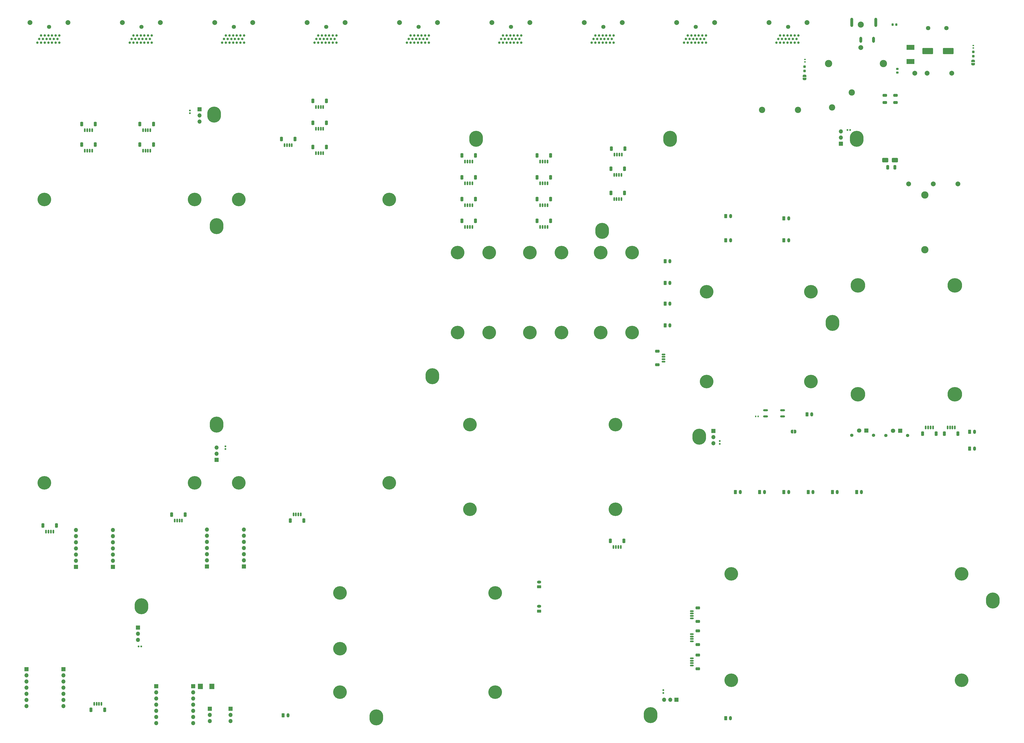
<source format=gbr>
%TF.GenerationSoftware,KiCad,Pcbnew,8.0.4*%
%TF.CreationDate,2025-04-25T16:11:04-06:00*%
%TF.ProjectId,motherboard_v1,6d6f7468-6572-4626-9f61-72645f76312e,rev?*%
%TF.SameCoordinates,Original*%
%TF.FileFunction,Soldermask,Top*%
%TF.FilePolarity,Negative*%
%FSLAX46Y46*%
G04 Gerber Fmt 4.6, Leading zero omitted, Abs format (unit mm)*
G04 Created by KiCad (PCBNEW 8.0.4) date 2025-04-25 16:11:04*
%MOMM*%
%LPD*%
G01*
G04 APERTURE LIST*
G04 Aperture macros list*
%AMRoundRect*
0 Rectangle with rounded corners*
0 $1 Rounding radius*
0 $2 $3 $4 $5 $6 $7 $8 $9 X,Y pos of 4 corners*
0 Add a 4 corners polygon primitive as box body*
4,1,4,$2,$3,$4,$5,$6,$7,$8,$9,$2,$3,0*
0 Add four circle primitives for the rounded corners*
1,1,$1+$1,$2,$3*
1,1,$1+$1,$4,$5*
1,1,$1+$1,$6,$7*
1,1,$1+$1,$8,$9*
0 Add four rect primitives between the rounded corners*
20,1,$1+$1,$2,$3,$4,$5,0*
20,1,$1+$1,$4,$5,$6,$7,0*
20,1,$1+$1,$6,$7,$8,$9,0*
20,1,$1+$1,$8,$9,$2,$3,0*%
%AMFreePoly0*
4,1,19,0.500000,-0.750000,0.000000,-0.750000,0.000000,-0.744911,-0.071157,-0.744911,-0.207708,-0.704816,-0.327430,-0.627875,-0.420627,-0.520320,-0.479746,-0.390866,-0.500000,-0.250000,-0.500000,0.250000,-0.479746,0.390866,-0.420627,0.520320,-0.327430,0.627875,-0.207708,0.704816,-0.071157,0.744911,0.000000,0.744911,0.000000,0.750000,0.500000,0.750000,0.500000,-0.750000,0.500000,-0.750000,
$1*%
%AMFreePoly1*
4,1,19,0.000000,0.744911,0.071157,0.744911,0.207708,0.704816,0.327430,0.627875,0.420627,0.520320,0.479746,0.390866,0.500000,0.250000,0.500000,-0.250000,0.479746,-0.390866,0.420627,-0.520320,0.327430,-0.627875,0.207708,-0.704816,0.071157,-0.744911,0.000000,-0.744911,0.000000,-0.750000,-0.500000,-0.750000,-0.500000,0.750000,0.000000,0.750000,0.000000,0.744911,0.000000,0.744911,
$1*%
G04 Aperture macros list end*
%ADD10RoundRect,0.250000X-0.650000X0.325000X-0.650000X-0.325000X0.650000X-0.325000X0.650000X0.325000X0*%
%ADD11O,5.600000X6.600000*%
%ADD12C,2.000000*%
%ADD13RoundRect,0.135000X-0.185000X0.135000X-0.185000X-0.135000X0.185000X-0.135000X0.185000X0.135000X0*%
%ADD14C,1.700000*%
%ADD15C,1.000000*%
%ADD16RoundRect,0.250000X0.625000X-0.350000X0.625000X0.350000X-0.625000X0.350000X-0.625000X-0.350000X0*%
%ADD17O,1.750000X1.200000*%
%ADD18RoundRect,0.150000X-0.625000X0.150000X-0.625000X-0.150000X0.625000X-0.150000X0.625000X0.150000X0*%
%ADD19RoundRect,0.250000X-0.650000X0.350000X-0.650000X-0.350000X0.650000X-0.350000X0.650000X0.350000X0*%
%ADD20RoundRect,0.150000X-0.150000X-0.625000X0.150000X-0.625000X0.150000X0.625000X-0.150000X0.625000X0*%
%ADD21RoundRect,0.250000X-0.350000X-0.650000X0.350000X-0.650000X0.350000X0.650000X-0.350000X0.650000X0*%
%ADD22RoundRect,0.135000X-0.135000X-0.185000X0.135000X-0.185000X0.135000X0.185000X-0.135000X0.185000X0*%
%ADD23RoundRect,0.250000X-0.350000X-0.625000X0.350000X-0.625000X0.350000X0.625000X-0.350000X0.625000X0*%
%ADD24O,1.200000X1.750000*%
%ADD25RoundRect,0.155000X0.212500X0.155000X-0.212500X0.155000X-0.212500X-0.155000X0.212500X-0.155000X0*%
%ADD26RoundRect,0.150000X0.150000X0.625000X-0.150000X0.625000X-0.150000X-0.625000X0.150000X-0.625000X0*%
%ADD27RoundRect,0.250000X0.350000X0.650000X-0.350000X0.650000X-0.350000X-0.650000X0.350000X-0.650000X0*%
%ADD28C,1.350000*%
%ADD29R,1.800000X1.800000*%
%ADD30C,1.800000*%
%ADD31R,1.700000X1.700000*%
%ADD32O,1.700000X1.700000*%
%ADD33C,2.600000*%
%ADD34C,2.500000*%
%ADD35O,1.200000X3.800000*%
%ADD36O,1.200000X2.500000*%
%ADD37RoundRect,0.155000X-0.155000X0.212500X-0.155000X-0.212500X0.155000X-0.212500X0.155000X0.212500X0*%
%ADD38C,5.600000*%
%ADD39O,2.000000X0.900000*%
%ADD40RoundRect,0.250000X-1.000000X-0.650000X1.000000X-0.650000X1.000000X0.650000X-1.000000X0.650000X0*%
%ADD41RoundRect,0.250000X-0.325000X-0.650000X0.325000X-0.650000X0.325000X0.650000X-0.325000X0.650000X0*%
%ADD42RoundRect,0.225000X0.225000X0.250000X-0.225000X0.250000X-0.225000X-0.250000X0.225000X-0.250000X0*%
%ADD43C,3.000000*%
%ADD44FreePoly0,270.000000*%
%ADD45FreePoly1,270.000000*%
%ADD46RoundRect,0.237500X0.237500X-0.287500X0.237500X0.287500X-0.237500X0.287500X-0.237500X-0.287500X0*%
%ADD47C,6.000000*%
%ADD48R,2.047000X2.192000*%
%ADD49FreePoly0,180.000000*%
%ADD50FreePoly1,180.000000*%
%ADD51RoundRect,0.150000X0.625000X-0.150000X0.625000X0.150000X-0.625000X0.150000X-0.625000X-0.150000X0*%
%ADD52RoundRect,0.250000X0.650000X-0.350000X0.650000X0.350000X-0.650000X0.350000X-0.650000X-0.350000X0*%
%ADD53RoundRect,0.250000X-1.950000X-1.000000X1.950000X-1.000000X1.950000X1.000000X-1.950000X1.000000X0*%
%ADD54R,3.320000X2.150000*%
%ADD55RoundRect,0.155000X0.155000X-0.212500X0.155000X0.212500X-0.155000X0.212500X-0.155000X-0.212500X0*%
%ADD56RoundRect,0.225000X0.250000X-0.225000X0.250000X0.225000X-0.250000X0.225000X-0.250000X-0.225000X0*%
G04 APERTURE END LIST*
D10*
%TO.C,C16*%
X366000000Y-32200000D03*
X366000000Y-35150000D03*
%TD*%
D11*
%TO.C,H7*%
X265050000Y-288150000D03*
%TD*%
D12*
%TO.C,U2*%
X373960000Y-22990000D03*
X379040000Y-22990000D03*
X389200000Y-22990000D03*
X391740000Y-68710000D03*
X381580000Y-68710000D03*
X371420000Y-68710000D03*
%TD*%
D13*
%TO.C,R1*%
X398085002Y-11595000D03*
X398085002Y-12615000D03*
%TD*%
D14*
%TO.C,J7*%
X245500000Y-3900000D03*
D15*
X240750000Y-10400000D03*
X241500000Y-8900000D03*
X242250000Y-10400000D03*
X242250000Y-7400000D03*
X243000000Y-8900000D03*
X243750000Y-7400000D03*
X243750000Y-10400000D03*
X244500000Y-8900000D03*
X245250000Y-10400000D03*
X245250000Y-7400000D03*
X246000000Y-8900000D03*
X246750000Y-7400000D03*
X246750000Y-10400000D03*
X247500000Y-8900000D03*
X248250000Y-10400000D03*
X248250000Y-7400000D03*
X249000000Y-8900000D03*
X249750000Y-7400000D03*
X249750000Y-10400000D03*
D12*
X253350000Y-2100000D03*
X237650000Y-2100000D03*
%TD*%
D16*
%TO.C,UartMux1*%
X219000000Y-235150000D03*
D17*
X219000000Y-233150000D03*
%TD*%
D18*
%TO.C,C10*%
X282000000Y-245158274D03*
X282000000Y-246158274D03*
X282000000Y-247158274D03*
X282000000Y-248158274D03*
D19*
X284525000Y-243858274D03*
X284525000Y-249458274D03*
%TD*%
D20*
%TO.C,J40*%
X250000000Y-65000000D03*
X251000000Y-65000000D03*
X252000000Y-65000000D03*
X253000000Y-65000000D03*
D21*
X248700000Y-62475000D03*
X254300000Y-62475000D03*
%TD*%
D22*
%TO.C,R3*%
X308365000Y-164755000D03*
X309385000Y-164755000D03*
%TD*%
D20*
%TO.C,C6*%
X249700000Y-218675000D03*
X250700000Y-218675000D03*
X251700000Y-218675000D03*
X252700000Y-218675000D03*
D21*
X248400000Y-216150000D03*
X254000000Y-216150000D03*
%TD*%
D23*
%TO.C,J45*%
X296000000Y-92000000D03*
D24*
X298000000Y-92000000D03*
%TD*%
D20*
%TO.C,J31*%
X188500000Y-77525000D03*
X189500000Y-77525000D03*
X190500000Y-77525000D03*
X191500000Y-77525000D03*
D21*
X187200000Y-75000000D03*
X192800000Y-75000000D03*
%TD*%
D25*
%TO.C,C18*%
X347344500Y-46511000D03*
X346209500Y-46511000D03*
%TD*%
D14*
%TO.C,J3*%
X93100000Y-3900000D03*
D15*
X88350000Y-10400000D03*
X89100000Y-8900000D03*
X89850000Y-10400000D03*
X89850000Y-7400000D03*
X90600000Y-8900000D03*
X91350000Y-7400000D03*
X91350000Y-10400000D03*
X92100000Y-8900000D03*
X92850000Y-10400000D03*
X92850000Y-7400000D03*
X93600000Y-8900000D03*
X94350000Y-7400000D03*
X94350000Y-10400000D03*
X95100000Y-8900000D03*
X95850000Y-10400000D03*
X95850000Y-7400000D03*
X96600000Y-8900000D03*
X97350000Y-7400000D03*
X97350000Y-10400000D03*
D12*
X100950000Y-2100000D03*
X85250000Y-2100000D03*
%TD*%
D26*
%TO.C,C5*%
X38550000Y-283425000D03*
X37550000Y-283425000D03*
X36550000Y-283425000D03*
X35550000Y-283425000D03*
D27*
X39850000Y-285950000D03*
X34250000Y-285950000D03*
%TD*%
D20*
%TO.C,J27*%
X219500000Y-68525000D03*
X220500000Y-68525000D03*
X221500000Y-68525000D03*
X222500000Y-68525000D03*
D21*
X218200000Y-66000000D03*
X223800000Y-66000000D03*
%TD*%
D28*
%TO.C,J10*%
X348000000Y-172561726D03*
X357000000Y-172561726D03*
D29*
X354000000Y-170601726D03*
D30*
X351000000Y-170601726D03*
%TD*%
D20*
%TO.C,C11*%
X68750000Y-207800000D03*
X69750000Y-207800000D03*
X70750000Y-207800000D03*
X71750000Y-207800000D03*
D21*
X67450000Y-205275000D03*
X73050000Y-205275000D03*
%TD*%
D31*
%TO.C,q10*%
X43310000Y-226900000D03*
D32*
X43310000Y-224360000D03*
X43310000Y-221820000D03*
X43310000Y-219280000D03*
X43310000Y-216740000D03*
X43310000Y-214200000D03*
X43310000Y-211660000D03*
%TD*%
D20*
%TO.C,J29*%
X127000000Y-56000000D03*
X128000000Y-56000000D03*
X129000000Y-56000000D03*
X130000000Y-56000000D03*
D21*
X125700000Y-53475000D03*
X131300000Y-53475000D03*
%TD*%
D23*
%TO.C,J18*%
X113475000Y-288175000D03*
D24*
X115475000Y-288175000D03*
%TD*%
D33*
%TO.C,J51*%
X311000000Y-38150000D03*
%TD*%
D23*
%TO.C,J35*%
X350000000Y-196000000D03*
D24*
X352000000Y-196000000D03*
%TD*%
D11*
%TO.C,H12*%
X273050000Y-50150000D03*
%TD*%
D20*
%TO.C,J33*%
X219500000Y-86525000D03*
X220500000Y-86525000D03*
X221500000Y-86525000D03*
X222500000Y-86525000D03*
D21*
X218200000Y-84000000D03*
X223800000Y-84000000D03*
%TD*%
D31*
%TO.C,J57*%
X53625000Y-251947000D03*
D32*
X53625000Y-254487000D03*
X53625000Y-257027000D03*
%TD*%
D23*
%TO.C,HPHpower1*%
X329490000Y-163946726D03*
D24*
X331490000Y-163946726D03*
%TD*%
D14*
%TO.C,J1*%
X16900000Y-3900000D03*
D15*
X12150000Y-10400000D03*
X12900000Y-8900000D03*
X13650000Y-10400000D03*
X13650000Y-7400000D03*
X14400000Y-8900000D03*
X15150000Y-7400000D03*
X15150000Y-10400000D03*
X15900000Y-8900000D03*
X16650000Y-10400000D03*
X16650000Y-7400000D03*
X17400000Y-8900000D03*
X18150000Y-7400000D03*
X18150000Y-10400000D03*
X18900000Y-8900000D03*
X19650000Y-10400000D03*
X19650000Y-7400000D03*
X20400000Y-8900000D03*
X21150000Y-7400000D03*
X21150000Y-10400000D03*
D12*
X24750000Y-2100000D03*
X9050000Y-2100000D03*
%TD*%
D20*
%TO.C,J26*%
X188500000Y-59525000D03*
X189500000Y-59525000D03*
X190500000Y-59525000D03*
X191500000Y-59525000D03*
D21*
X187200000Y-57000000D03*
X192800000Y-57000000D03*
%TD*%
D33*
%TO.C,J16*%
X339860000Y-37170000D03*
%TD*%
D23*
%TO.C,WU_D_GND1*%
X396625000Y-171075000D03*
D24*
X398625000Y-171075000D03*
%TD*%
D23*
%TO.C,J41*%
X320000000Y-83000000D03*
D24*
X322000000Y-83000000D03*
%TD*%
D31*
%TO.C,q9*%
X28070000Y-226900000D03*
D32*
X28070000Y-224360000D03*
X28070000Y-221820000D03*
X28070000Y-219280000D03*
X28070000Y-216740000D03*
X28070000Y-214200000D03*
X28070000Y-211660000D03*
%TD*%
D20*
%TO.C,J23*%
X55700000Y-55025000D03*
X56700000Y-55025000D03*
X57700000Y-55025000D03*
X58700000Y-55025000D03*
D21*
X54400000Y-52500000D03*
X60000000Y-52500000D03*
%TD*%
D30*
%TO.C,RV1*%
X379490000Y-4353000D03*
X386990000Y-4353000D03*
%TD*%
D31*
%TO.C,J52*%
X343539000Y-52165000D03*
D32*
X343539000Y-49625000D03*
X343539000Y-47085000D03*
%TD*%
D11*
%TO.C,H8*%
X55050000Y-243150000D03*
%TD*%
D20*
%TO.C,J25*%
X219500000Y-59525000D03*
X220500000Y-59525000D03*
X221500000Y-59525000D03*
X222500000Y-59525000D03*
D21*
X218200000Y-57000000D03*
X223800000Y-57000000D03*
%TD*%
D34*
%TO.C,DC1*%
X351730000Y-2960000D03*
D35*
X357860000Y-2000000D03*
D36*
X356930000Y-9210000D03*
X351730000Y-9210000D03*
D12*
X351730000Y-12460000D03*
D35*
X348000000Y-2000000D03*
%TD*%
D20*
%TO.C,C7*%
X15690000Y-212300000D03*
X16690000Y-212300000D03*
X17690000Y-212300000D03*
X18690000Y-212300000D03*
D21*
X14390000Y-209775000D03*
X19990000Y-209775000D03*
%TD*%
D11*
%TO.C,H2*%
X350050000Y-50150000D03*
%TD*%
D37*
%TO.C,C22*%
X293517000Y-174941500D03*
X293517000Y-176076500D03*
%TD*%
D18*
%TO.C,C9*%
X282000000Y-264641726D03*
X282000000Y-265641726D03*
X282000000Y-266641726D03*
X282000000Y-267641726D03*
D19*
X284525000Y-263341726D03*
X284525000Y-268941726D03*
%TD*%
D38*
%TO.C,H15*%
X298300000Y-229741726D03*
X298300000Y-273741726D03*
X393300000Y-229741726D03*
X393300000Y-273741726D03*
%TD*%
D20*
%TO.C,J34*%
X188500000Y-86525000D03*
X189500000Y-86525000D03*
X190500000Y-86525000D03*
X191500000Y-86525000D03*
D21*
X187200000Y-84000000D03*
X192800000Y-84000000D03*
%TD*%
D20*
%TO.C,J20*%
X55700000Y-46525000D03*
X56700000Y-46525000D03*
X57700000Y-46525000D03*
X58700000Y-46525000D03*
D21*
X54400000Y-44000000D03*
X60000000Y-44000000D03*
%TD*%
D14*
%TO.C,J6*%
X207400000Y-3900000D03*
D15*
X202650000Y-10400000D03*
X203400000Y-8900000D03*
X204150000Y-10400000D03*
X204150000Y-7400000D03*
X204900000Y-8900000D03*
X205650000Y-7400000D03*
X205650000Y-10400000D03*
X206400000Y-8900000D03*
X207150000Y-10400000D03*
X207150000Y-7400000D03*
X207900000Y-8900000D03*
X208650000Y-7400000D03*
X208650000Y-10400000D03*
X209400000Y-8900000D03*
X210150000Y-10400000D03*
X210150000Y-7400000D03*
X210900000Y-8900000D03*
X211650000Y-7400000D03*
X211650000Y-10400000D03*
D12*
X215250000Y-2100000D03*
X199550000Y-2100000D03*
%TD*%
D38*
%TO.C,L1*%
X15000000Y-192150000D03*
X77000000Y-192150000D03*
X15000000Y-75150000D03*
X77000000Y-75150000D03*
%TD*%
D37*
%TO.C,C21*%
X75000000Y-38432500D03*
X75000000Y-39567500D03*
%TD*%
D31*
%TO.C,J55*%
X79000000Y-37920000D03*
D32*
X79000000Y-40460000D03*
X79000000Y-43000000D03*
%TD*%
D23*
%TO.C,C1-HP1-1*%
X271000000Y-100641726D03*
D24*
X273000000Y-100641726D03*
%TD*%
D31*
%TO.C,J54*%
X275721000Y-281795000D03*
D32*
X273181000Y-281795000D03*
X270641000Y-281795000D03*
%TD*%
D20*
%TO.C,J30*%
X219500000Y-77525000D03*
X220500000Y-77525000D03*
X221500000Y-77525000D03*
X222500000Y-77525000D03*
D21*
X218200000Y-75000000D03*
X223800000Y-75000000D03*
%TD*%
D28*
%TO.C,J11*%
X362000000Y-172601726D03*
X371000000Y-172601726D03*
D29*
X368000000Y-170641726D03*
D30*
X365000000Y-170641726D03*
%TD*%
D14*
%TO.C,J4*%
X131200000Y-3900000D03*
D15*
X126450000Y-10400000D03*
X127200000Y-8900000D03*
X127950000Y-10400000D03*
X127950000Y-7400000D03*
X128700000Y-8900000D03*
X129450000Y-7400000D03*
X129450000Y-10400000D03*
X130200000Y-8900000D03*
X130950000Y-10400000D03*
X130950000Y-7400000D03*
X131700000Y-8900000D03*
X132450000Y-7400000D03*
X132450000Y-10400000D03*
X133200000Y-8900000D03*
X133950000Y-10400000D03*
X133950000Y-7400000D03*
X134700000Y-8900000D03*
X135450000Y-7400000D03*
X135450000Y-10400000D03*
D12*
X139050000Y-2100000D03*
X123350000Y-2100000D03*
%TD*%
D39*
%TO.C,U1*%
X312440001Y-162180000D03*
X312440001Y-164720000D03*
X319440001Y-164720000D03*
X319440001Y-162180000D03*
%TD*%
D11*
%TO.C,H9*%
X193050000Y-50150000D03*
%TD*%
D20*
%TO.C,J22*%
X127000000Y-46000000D03*
X128000000Y-46000000D03*
X129000000Y-46000000D03*
X130000000Y-46000000D03*
D21*
X125700000Y-43475000D03*
X131300000Y-43475000D03*
%TD*%
D23*
%TO.C,J38*%
X330000000Y-196000000D03*
D24*
X332000000Y-196000000D03*
%TD*%
D38*
%TO.C,D3*%
X215266548Y-130141726D03*
X228266548Y-130141726D03*
X215266548Y-97141726D03*
X228266548Y-97141726D03*
%TD*%
D40*
%TO.C,D7*%
X361750000Y-58900000D03*
X365750000Y-58900000D03*
%TD*%
D41*
%TO.C,C17*%
X362800000Y-61900000D03*
X365750000Y-61900000D03*
%TD*%
D13*
%TO.C,R2*%
X328665000Y-17345000D03*
X328665000Y-18365000D03*
%TD*%
D38*
%TO.C,D4*%
X185433274Y-130141726D03*
X198433274Y-130141726D03*
X185433274Y-97141726D03*
X198433274Y-97141726D03*
%TD*%
D20*
%TO.C,J46*%
X250150000Y-56675000D03*
X251150000Y-56675000D03*
X252150000Y-56675000D03*
X253150000Y-56675000D03*
D21*
X248850000Y-54150000D03*
X254450000Y-54150000D03*
%TD*%
D26*
%TO.C,C3*%
X120750000Y-205250000D03*
X119750000Y-205250000D03*
X118750000Y-205250000D03*
X117750000Y-205250000D03*
D27*
X122050000Y-207775000D03*
X116450000Y-207775000D03*
%TD*%
D20*
%TO.C,J43*%
X250000000Y-75000000D03*
X251000000Y-75000000D03*
X252000000Y-75000000D03*
X253000000Y-75000000D03*
D21*
X248700000Y-72475000D03*
X254300000Y-72475000D03*
%TD*%
D42*
%TO.C,C13*%
X366382600Y-2976000D03*
X364832600Y-2976000D03*
%TD*%
D11*
%TO.C,H1*%
X85050000Y-40150000D03*
%TD*%
D23*
%TO.C,J44*%
X320000000Y-92000000D03*
D24*
X322000000Y-92000000D03*
%TD*%
D43*
%TO.C,F2*%
X378100000Y-73350000D03*
X378100000Y-95950000D03*
%TD*%
D23*
%TO.C,J32*%
X340000000Y-196000000D03*
D24*
X342000000Y-196000000D03*
%TD*%
D20*
%TO.C,J14*%
X114050000Y-52750000D03*
X115050000Y-52750000D03*
X116050000Y-52750000D03*
X117050000Y-52750000D03*
D21*
X112750000Y-50225000D03*
X118350000Y-50225000D03*
%TD*%
D11*
%TO.C,H13*%
X340050000Y-126150000D03*
%TD*%
D31*
%TO.C,J12*%
X91825000Y-285475000D03*
D32*
X91825000Y-288015000D03*
X91825000Y-290555000D03*
%TD*%
D23*
%TO.C,J42*%
X296000000Y-82000000D03*
D24*
X298000000Y-82000000D03*
%TD*%
D44*
%TO.C,JP1*%
X398055000Y-17975000D03*
D45*
X398055000Y-19275000D03*
%TD*%
D38*
%TO.C,L2*%
X95200000Y-192150000D03*
X157200000Y-192150000D03*
X95200000Y-75150000D03*
X157200000Y-75150000D03*
%TD*%
D31*
%TO.C,q2*%
X61110000Y-276150000D03*
D32*
X61110000Y-278690000D03*
X61110000Y-281230000D03*
X61110000Y-283770000D03*
X61110000Y-286310000D03*
X61110000Y-288850000D03*
X61110000Y-291390000D03*
D31*
X76350000Y-276150000D03*
D32*
X76350000Y-278690000D03*
X76350000Y-281230000D03*
X76350000Y-283770000D03*
X76350000Y-286310000D03*
X76350000Y-288850000D03*
X76350000Y-291390000D03*
%TD*%
D23*
%TO.C,WU_D_GND2*%
X396625000Y-178025000D03*
D24*
X398625000Y-178025000D03*
%TD*%
D23*
%TO.C,C4-HP4-1*%
X271000000Y-127150000D03*
D24*
X273000000Y-127150000D03*
%TD*%
D46*
%TO.C,D5*%
X398115002Y-15965000D03*
X398115002Y-14215000D03*
%TD*%
D14*
%TO.C,J2*%
X55000000Y-3900000D03*
D15*
X50250000Y-10400000D03*
X51000000Y-8900000D03*
X51750000Y-10400000D03*
X51750000Y-7400000D03*
X52500000Y-8900000D03*
X53250000Y-7400000D03*
X53250000Y-10400000D03*
X54000000Y-8900000D03*
X54750000Y-10400000D03*
X54750000Y-7400000D03*
X55500000Y-8900000D03*
X56250000Y-7400000D03*
X56250000Y-10400000D03*
X57000000Y-8900000D03*
X57750000Y-10400000D03*
X57750000Y-7400000D03*
X58500000Y-8900000D03*
X59250000Y-7400000D03*
X59250000Y-10400000D03*
D12*
X62850000Y-2100000D03*
X47150000Y-2100000D03*
%TD*%
D25*
%TO.C,C23*%
X54996500Y-259763000D03*
X53861500Y-259763000D03*
%TD*%
D26*
%TO.C,C4*%
X390500000Y-169316726D03*
X389500000Y-169316726D03*
X388500000Y-169316726D03*
X387500000Y-169316726D03*
D27*
X391800000Y-171841726D03*
X386200000Y-171841726D03*
%TD*%
D38*
%TO.C,M1*%
X200900000Y-278650000D03*
X200900000Y-237650000D03*
X136900000Y-278650000D03*
X136900000Y-260650000D03*
X136900000Y-237650000D03*
%TD*%
D23*
%TO.C,J36*%
X320000000Y-196000000D03*
D24*
X322000000Y-196000000D03*
%TD*%
D47*
%TO.C,W1*%
X390500000Y-155641726D03*
X390500000Y-110641726D03*
X350500000Y-155641726D03*
X350500000Y-110641726D03*
%TD*%
D11*
%TO.C,H5*%
X86050000Y-168150000D03*
%TD*%
D44*
%TO.C,JP2*%
X328545000Y-24095000D03*
D45*
X328545000Y-25395000D03*
%TD*%
D23*
%TO.C,J37*%
X300000000Y-196000000D03*
D24*
X302000000Y-196000000D03*
%TD*%
D48*
%TO.C,D1*%
X84091000Y-276230000D03*
X79369000Y-276230000D03*
%TD*%
D31*
%TO.C,q3*%
X43310000Y-226900000D03*
D32*
X43310000Y-224360000D03*
X43310000Y-221820000D03*
X43310000Y-219280000D03*
X43310000Y-216740000D03*
X43310000Y-214200000D03*
X43310000Y-211660000D03*
D31*
X28070000Y-226900000D03*
D32*
X28070000Y-224360000D03*
X28070000Y-221820000D03*
X28070000Y-219280000D03*
X28070000Y-216740000D03*
X28070000Y-214200000D03*
X28070000Y-211660000D03*
%TD*%
D16*
%TO.C,UartMux2*%
X219000000Y-245150000D03*
D17*
X219000000Y-243150000D03*
%TD*%
D18*
%TO.C,C2*%
X282000000Y-254650000D03*
X282000000Y-255650000D03*
X282000000Y-256650000D03*
X282000000Y-257650000D03*
D19*
X284525000Y-253350000D03*
X284525000Y-258950000D03*
%TD*%
D14*
%TO.C,J9*%
X321700000Y-3900000D03*
D15*
X316950000Y-10400000D03*
X317700000Y-8900000D03*
X318450000Y-10400000D03*
X318450000Y-7400000D03*
X319200000Y-8900000D03*
X319950000Y-7400000D03*
X319950000Y-10400000D03*
X320700000Y-8900000D03*
X321450000Y-10400000D03*
X321450000Y-7400000D03*
X322200000Y-8900000D03*
X322950000Y-7400000D03*
X322950000Y-10400000D03*
X323700000Y-8900000D03*
X324450000Y-10400000D03*
X324450000Y-7400000D03*
X325200000Y-8900000D03*
X325950000Y-7400000D03*
X325950000Y-10400000D03*
D12*
X329550000Y-2100000D03*
X313850000Y-2100000D03*
%TD*%
D20*
%TO.C,J24*%
X31700000Y-55050000D03*
X32700000Y-55050000D03*
X33700000Y-55050000D03*
X34700000Y-55050000D03*
D21*
X30400000Y-52525000D03*
X36000000Y-52525000D03*
%TD*%
D31*
%TO.C,q7*%
X97250000Y-226750000D03*
D32*
X97250000Y-224210000D03*
X97250000Y-221670000D03*
X97250000Y-219130000D03*
X97250000Y-216590000D03*
X97250000Y-214050000D03*
X97250000Y-211510000D03*
D31*
X82010000Y-226750000D03*
D32*
X82010000Y-224210000D03*
X82010000Y-221670000D03*
X82010000Y-219130000D03*
X82010000Y-216590000D03*
X82010000Y-214050000D03*
X82010000Y-211510000D03*
%TD*%
D23*
%TO.C,C3-HP3-1*%
X271000000Y-118150000D03*
D24*
X273000000Y-118150000D03*
%TD*%
D14*
%TO.C,J8*%
X283600000Y-3900000D03*
D15*
X278850000Y-10400000D03*
X279600000Y-8900000D03*
X280350000Y-10400000D03*
X280350000Y-7400000D03*
X281100000Y-8900000D03*
X281850000Y-7400000D03*
X281850000Y-10400000D03*
X282600000Y-8900000D03*
X283350000Y-10400000D03*
X283350000Y-7400000D03*
X284100000Y-8900000D03*
X284850000Y-7400000D03*
X284850000Y-10400000D03*
X285600000Y-8900000D03*
X286350000Y-10400000D03*
X286350000Y-7400000D03*
X287100000Y-8900000D03*
X287850000Y-7400000D03*
X287850000Y-10400000D03*
D12*
X291450000Y-2100000D03*
X275750000Y-2100000D03*
%TD*%
D49*
%TO.C,JP3*%
X324625000Y-171025000D03*
D50*
X323325000Y-171025000D03*
%TD*%
D51*
%TO.C,C8*%
X270325000Y-142141726D03*
X270325000Y-141141726D03*
X270325000Y-140141726D03*
X270325000Y-139141726D03*
D52*
X267800000Y-143441726D03*
X267800000Y-137841726D03*
%TD*%
D20*
%TO.C,J28*%
X188500000Y-68525000D03*
X189500000Y-68525000D03*
X190500000Y-68525000D03*
X191500000Y-68525000D03*
D21*
X187200000Y-66000000D03*
X192800000Y-66000000D03*
%TD*%
D53*
%TO.C,C12*%
X379350000Y-13900000D03*
X387750000Y-13900000D03*
%TD*%
D26*
%TO.C,C1*%
X381500000Y-169316726D03*
X380500000Y-169316726D03*
X379500000Y-169316726D03*
X378500000Y-169316726D03*
D27*
X382800000Y-171841726D03*
X377200000Y-171841726D03*
%TD*%
D38*
%TO.C,M2*%
X190500000Y-168100000D03*
X190500000Y-203100000D03*
X250500000Y-168100000D03*
X250500000Y-203100000D03*
%TD*%
D31*
%TO.C,J53*%
X86003000Y-182685000D03*
D32*
X86003000Y-180145000D03*
X86003000Y-177605000D03*
%TD*%
D23*
%TO.C,J39*%
X310000000Y-196000000D03*
D24*
X312000000Y-196000000D03*
%TD*%
D37*
%TO.C,C20*%
X270279000Y-277811500D03*
X270279000Y-278946500D03*
%TD*%
D31*
%TO.C,q4*%
X82010000Y-226750000D03*
D32*
X82010000Y-224210000D03*
X82010000Y-221670000D03*
X82010000Y-219130000D03*
X82010000Y-216590000D03*
X82010000Y-214050000D03*
X82010000Y-211510000D03*
%TD*%
D11*
%TO.C,H6*%
X86050000Y-86150000D03*
%TD*%
%TO.C,H3*%
X245050000Y-88150000D03*
%TD*%
%TO.C,H10*%
X406150000Y-240800000D03*
%TD*%
D54*
%TO.C,L3*%
X372217500Y-12337000D03*
X372217500Y-18163000D03*
%TD*%
D20*
%TO.C,J21*%
X31700000Y-46525000D03*
X32700000Y-46525000D03*
X33700000Y-46525000D03*
X34700000Y-46525000D03*
D21*
X30400000Y-44000000D03*
X36000000Y-44000000D03*
%TD*%
D55*
%TO.C,C19*%
X89701000Y-178228500D03*
X89701000Y-177093500D03*
%TD*%
D11*
%TO.C,H4*%
X175050000Y-148150000D03*
%TD*%
D20*
%TO.C,J19*%
X127000000Y-37000000D03*
X128000000Y-37000000D03*
X129000000Y-37000000D03*
X130000000Y-37000000D03*
D21*
X125700000Y-34475000D03*
X131300000Y-34475000D03*
%TD*%
D33*
%TO.C,J50*%
X325800000Y-38150000D03*
%TD*%
D31*
%TO.C,J56*%
X290913000Y-170739000D03*
D32*
X290913000Y-173279000D03*
X290913000Y-175819000D03*
%TD*%
D56*
%TO.C,C14*%
X366770000Y-22765000D03*
X366770000Y-21215000D03*
%TD*%
D31*
%TO.C,q8*%
X97250000Y-226750000D03*
D32*
X97250000Y-224210000D03*
X97250000Y-221670000D03*
X97250000Y-219130000D03*
X97250000Y-216590000D03*
X97250000Y-214050000D03*
X97250000Y-211510000D03*
%TD*%
D43*
%TO.C,F1*%
X338400000Y-19000000D03*
X361000000Y-19000000D03*
%TD*%
D33*
%TO.C,J15*%
X348000000Y-31000000D03*
%TD*%
D10*
%TO.C,C15*%
X361600000Y-32175000D03*
X361600000Y-35125000D03*
%TD*%
D46*
%TO.C,D6*%
X328545000Y-22055000D03*
X328545000Y-20305000D03*
%TD*%
D11*
%TO.C,H14*%
X151880000Y-289020000D03*
%TD*%
D23*
%TO.C,J17*%
X295975000Y-289375000D03*
D24*
X297975000Y-289375000D03*
%TD*%
D38*
%TO.C,H16*%
X288100000Y-113316726D03*
X288100000Y-150316726D03*
X331100000Y-113316726D03*
X331100000Y-150316726D03*
%TD*%
D23*
%TO.C,C2-HP2-1*%
X271000000Y-109641726D03*
D24*
X273000000Y-109641726D03*
%TD*%
D14*
%TO.C,J5*%
X169300000Y-3900000D03*
D15*
X164550000Y-10400000D03*
X165300000Y-8900000D03*
X166050000Y-10400000D03*
X166050000Y-7400000D03*
X166800000Y-8900000D03*
X167550000Y-7400000D03*
X167550000Y-10400000D03*
X168300000Y-8900000D03*
X169050000Y-10400000D03*
X169050000Y-7400000D03*
X169800000Y-8900000D03*
X170550000Y-7400000D03*
X170550000Y-10400000D03*
X171300000Y-8900000D03*
X172050000Y-10400000D03*
X172050000Y-7400000D03*
X172800000Y-8900000D03*
X173550000Y-7400000D03*
X173550000Y-10400000D03*
D12*
X177150000Y-2100000D03*
X161450000Y-2100000D03*
%TD*%
D31*
%TO.C,J13*%
X83235000Y-285455000D03*
D32*
X83235000Y-287995000D03*
X83235000Y-290535000D03*
%TD*%
D38*
%TO.C,D2*%
X244433274Y-130141726D03*
X257433274Y-130141726D03*
X244433274Y-97141726D03*
X257433274Y-97141726D03*
%TD*%
D31*
%TO.C,q1*%
X7610000Y-269150000D03*
D32*
X7610000Y-271690000D03*
X7610000Y-274230000D03*
X7610000Y-276770000D03*
X7610000Y-279310000D03*
X7610000Y-281850000D03*
X7610000Y-284390000D03*
D31*
X22850000Y-269150000D03*
D32*
X22850000Y-271690000D03*
X22850000Y-274230000D03*
X22850000Y-276770000D03*
X22850000Y-279310000D03*
X22850000Y-281850000D03*
X22850000Y-284390000D03*
%TD*%
D11*
%TO.C,H11*%
X285050000Y-173150000D03*
%TD*%
M02*

</source>
